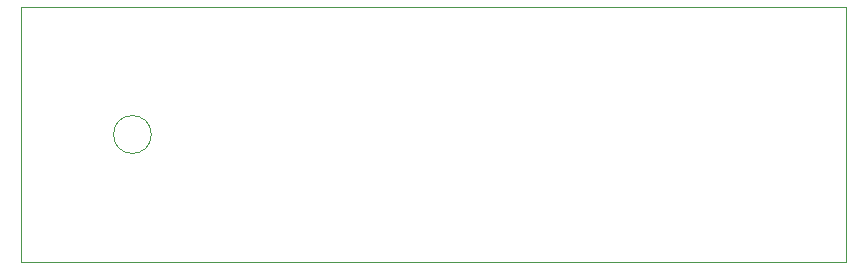
<source format=gbr>
G04 #@! TF.GenerationSoftware,KiCad,Pcbnew,6.0.4*
G04 #@! TF.CreationDate,2022-05-06T17:46:11+10:00*
G04 #@! TF.ProjectId,modularnixie,6d6f6475-6c61-4726-9e69-7869652e6b69,rev?*
G04 #@! TF.SameCoordinates,Original*
G04 #@! TF.FileFunction,Profile,NP*
%FSLAX46Y46*%
G04 Gerber Fmt 4.6, Leading zero omitted, Abs format (unit mm)*
G04 Created by KiCad (PCBNEW 6.0.4) date 2022-05-06 17:46:11*
%MOMM*%
%LPD*%
G01*
G04 APERTURE LIST*
G04 #@! TA.AperFunction,Profile*
%ADD10C,0.100000*%
G04 #@! TD*
G04 #@! TA.AperFunction,Profile*
%ADD11C,0.120000*%
G04 #@! TD*
G04 APERTURE END LIST*
D10*
X66807200Y-74295000D02*
X66807200Y-52705000D01*
X136657200Y-52705000D02*
X136657200Y-74295000D01*
X66807200Y-52705000D02*
X136657200Y-52705000D01*
X136657200Y-74295000D02*
X66807200Y-74295000D01*
D11*
G04 #@! TO.C,V1*
X77813400Y-63500000D02*
G75*
G03*
X77813400Y-63500000I-1600000J0D01*
G01*
G04 #@! TD*
M02*

</source>
